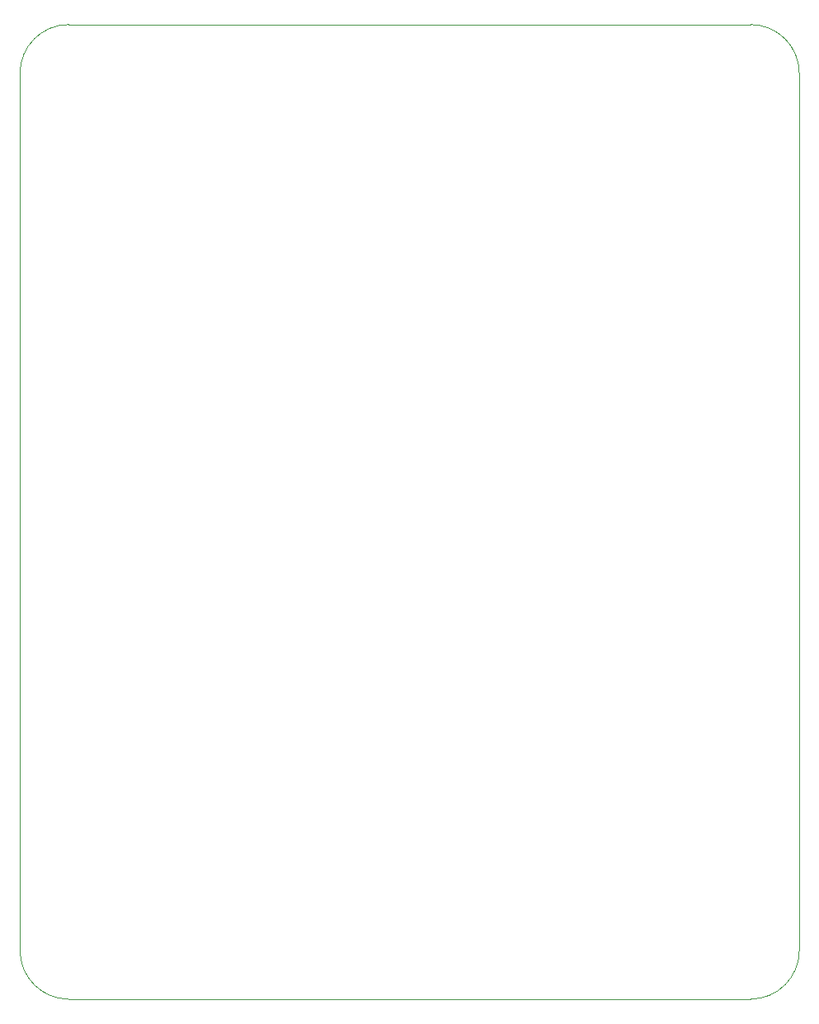
<source format=gbr>
%TF.GenerationSoftware,KiCad,Pcbnew,9.0.0*%
%TF.CreationDate,2025-04-06T00:05:41+02:00*%
%TF.ProjectId,big_muff_pi_front_plate,6269675f-6d75-4666-965f-70695f66726f,rev?*%
%TF.SameCoordinates,Original*%
%TF.FileFunction,Profile,NP*%
%FSLAX46Y46*%
G04 Gerber Fmt 4.6, Leading zero omitted, Abs format (unit mm)*
G04 Created by KiCad (PCBNEW 9.0.0) date 2025-04-06 00:05:41*
%MOMM*%
%LPD*%
G01*
G04 APERTURE LIST*
%TA.AperFunction,Profile*%
%ADD10C,0.100000*%
%TD*%
G04 APERTURE END LIST*
D10*
X50000000Y-55000000D02*
X50000000Y-145000000D01*
X50000000Y-55000000D02*
G75*
G02*
X55000000Y-50000000I5000000J0D01*
G01*
X125000000Y-50000000D02*
G75*
G02*
X130000000Y-55000000I0J-5000000D01*
G01*
X55000000Y-150000000D02*
X125000000Y-150000000D01*
X130000000Y-145000000D02*
X130000000Y-55000000D01*
X55000000Y-150000000D02*
G75*
G02*
X50000000Y-145000000I0J5000000D01*
G01*
X125000000Y-50000000D02*
X55000000Y-50000000D01*
X130000000Y-145000000D02*
G75*
G02*
X125000000Y-150000000I-5000000J0D01*
G01*
M02*

</source>
